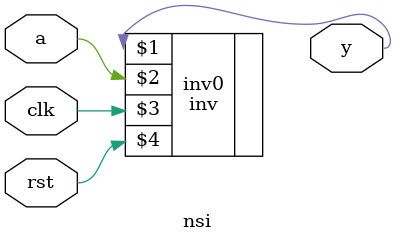
<source format=v>
`timescale 1ns/1ps
`default_nettype none

module nsi(
    output wire y,
    input wire a,
    input wire clk,
    input wire rst
);

parameter iv = 0;

inv #(iv) inv0(y, a, clk, rst);

endmodule
`default_nettype wire

</source>
